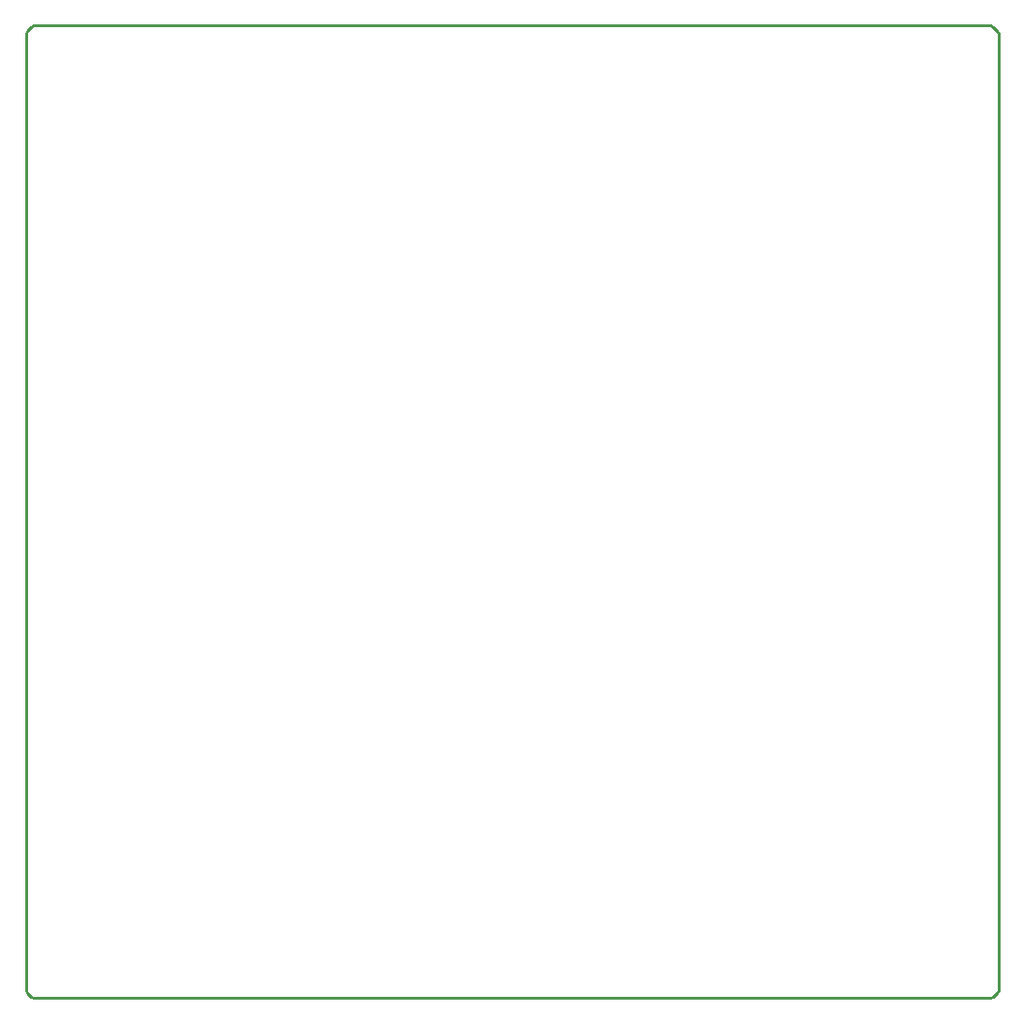
<source format=gko>
G04*
G04 #@! TF.GenerationSoftware,Altium Limited,Altium Designer,18.1.7 (191)*
G04*
G04 Layer_Color=16711935*
%FSLAX25Y25*%
%MOIN*%
G70*
G01*
G75*
%ADD18C,0.01000*%
D18*
X23622Y27559D02*
X23756Y26540D01*
X24149Y25591D01*
X24775Y24775D01*
X25591Y24149D01*
X26540Y23756D01*
X27559Y23622D01*
Y370079D02*
X26540Y369945D01*
X25591Y369551D01*
X24775Y368926D01*
X24149Y368110D01*
X23756Y367161D01*
X23622Y366142D01*
X370079D02*
X369945Y367161D01*
X369551Y368110D01*
X368926Y368926D01*
X368110Y369551D01*
X367161Y369945D01*
X366142Y370079D01*
X366142Y23622D02*
X367161Y23756D01*
X368110Y24149D01*
X368926Y24775D01*
X369551Y25591D01*
X369945Y26540D01*
X370079Y27559D01*
X23622Y366142D02*
X23622Y27559D01*
X27559Y370079D02*
X366142D01*
X370079Y366142D02*
X370079Y27559D01*
X27559Y23622D02*
X366142D01*
M02*

</source>
